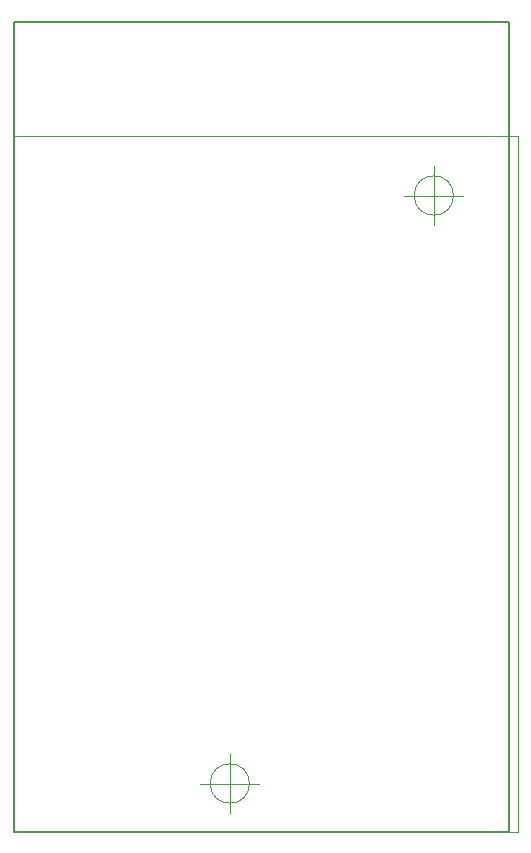
<source format=gbr>
%FSLAX34Y34*%
G04 Gerber Fmt 3.4, Leading zero omitted, Abs format*
G04 (created by PCBNEW (2014-06-16 BZR 4947)-product) date Tue 01 Jul 2014 11:52:39 PM EDT*
%MOIN*%
G01*
G70*
G90*
G04 APERTURE LIST*
%ADD10C,0.003937*%
%ADD11C,0.007874*%
G04 APERTURE END LIST*
G54D10*
X7856Y1600D02*
G75*
G03X7856Y1600I-656J0D01*
G74*
G01*
X6215Y1600D02*
X8184Y1600D01*
X7200Y2584D02*
X7200Y615D01*
X14656Y21200D02*
G75*
G03X14656Y21200I-656J0D01*
G74*
G01*
X13015Y21200D02*
X14984Y21200D01*
X14000Y22184D02*
X14000Y20215D01*
X0Y0D02*
X0Y23200D01*
X16800Y0D02*
X0Y0D01*
X16800Y23200D02*
X16800Y0D01*
X0Y23200D02*
X16800Y23200D01*
X0Y0D02*
X16500Y0D01*
G54D11*
X0Y27000D02*
X0Y0D01*
X16500Y27000D02*
X0Y27000D01*
X16500Y0D02*
X16500Y27000D01*
X0Y0D02*
X16500Y0D01*
M02*

</source>
